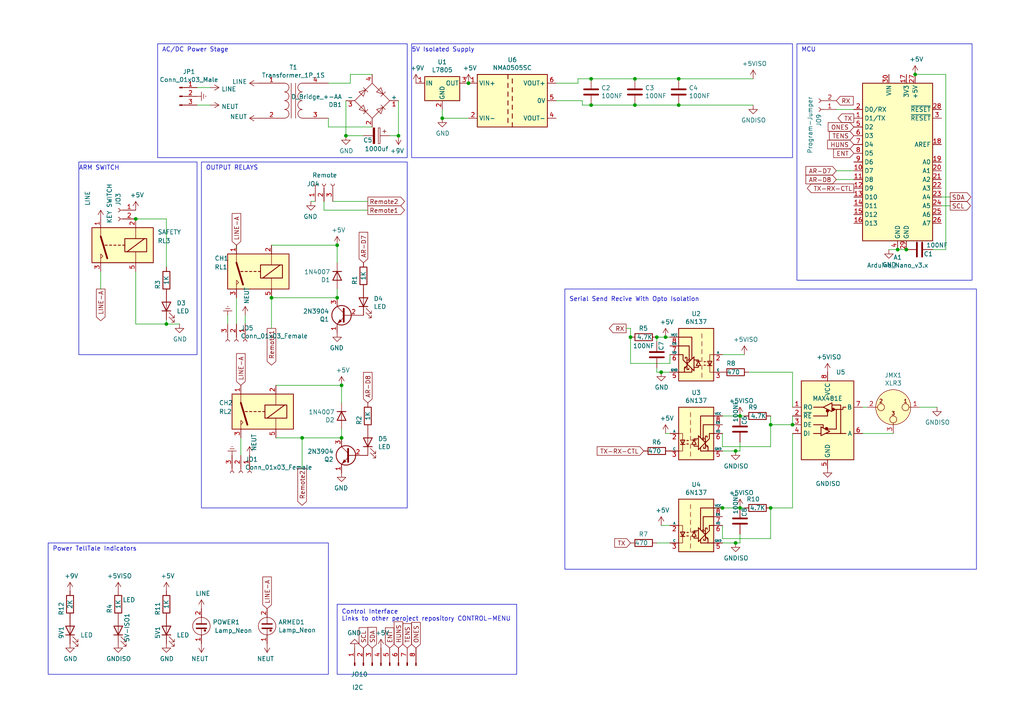
<source format=kicad_sch>
(kicad_sch (version 20230121) (generator eeschema)
  (paper "A4")
  (lib_symbols
    (symbol "Connector:Conn_01x08_Pin" (pin_names (offset 1.016) hide)
      (property "Reference" "J" (at 0 10.16 0))
      (property "Value" "Conn_01x08_Pin" (at 0 -12.7 0))
      (symbol "Conn_01x08_Pin_1_1"
        (pin passive line (at 5.08 7.62 180) (length 3.81) (name "Pin_1") (number "1"))
        (pin passive line (at 5.08 5.08 180) (length 3.81) (name "Pin_2") (number "2"))
        (pin passive line (at 5.08 2.54 180) (length 3.81) (name "Pin_3") (number "3"))
        (pin passive line (at 5.08 0 180) (length 3.81) (name "Pin_4") (number "4"))
        (pin passive line (at 5.08 -2.54 180) (length 3.81) (name "Pin_5") (number "5"))
        (pin passive line (at 5.08 -5.08 180) (length 3.81) (name "Pin_6") (number "6"))
        (pin passive line (at 5.08 -7.62 180) (length 3.81) (name "Pin_7") (number "7"))
        (pin passive line (at 5.08 -10.16 180) (length 3.81) (name "Pin_8") (number "8"))
      )
    )
    (symbol "DMXISO-rescue:+5V_ISOLATED-RC-RobSComponents" (power) (pin_names (offset 0))
      (property "Value" "+5V_ISOLATED-RC-RobSComponents" (at 0 3.556 0))
      (symbol "+5V_ISOLATED-RC-RobSComponents_1_1"
        (pin power_in line (at 0 0 90) (length 0) hide (name "+5VISO") (number "1"))
      )
    )
    (symbol "DMXISO-rescue:CP-Device" (pin_numbers hide) (pin_names (offset 0.254))
      (property "Reference" "C" (at 0.635 2.54 0))
      (property "Value" "Device_CP" (at 0.635 -2.54 0))
      (symbol "CP-Device_1_1"
        (pin passive line (at 0 3.81 270) (length 2.794) (name "~") (number "1"))
        (pin passive line (at 0 -3.81 90) (length 2.794) (name "~") (number "2"))
      )
    )
    (symbol "DMXISO-rescue:Conn_01x02_Female-Connector" (pin_names (offset 1.016) hide)
      (property "Reference" "J" (at 0 2.54 0))
      (property "Value" "Connector_Conn_01x02_Female" (at 0 -5.08 0))
      (symbol "Conn_01x02_Female-Connector_1_1"
        (pin passive line (at -5.08 0 0) (length 3.81) (name "Pin_1") (number "1"))
        (pin passive line (at -5.08 -2.54 0) (length 3.81) (name "Pin_2") (number "2"))
      )
    )
    (symbol "DMXISO-rescue:Conn_01x03_Female-Connector" (pin_names (offset 1.016) hide)
      (property "Reference" "J" (at 0 5.08 0))
      (property "Value" "Connector_Conn_01x03_Female" (at 0 -5.08 0))
      (symbol "Conn_01x03_Female-Connector_1_1"
        (pin passive line (at -5.08 2.54 0) (length 3.81) (name "Pin_1") (number "1"))
        (pin passive line (at -5.08 0 0) (length 3.81) (name "Pin_2") (number "2"))
        (pin passive line (at -5.08 -2.54 0) (length 3.81) (name "Pin_3") (number "3"))
      )
    )
    (symbol "DMXISO-rescue:Conn_01x03_Male-Connector" (pin_names (offset 1.016) hide)
      (property "Reference" "J" (at 0 5.08 0))
      (property "Value" "Connector_Conn_01x03_Male" (at 0 -5.08 0))
      (symbol "Conn_01x03_Male-Connector_1_1"
        (pin passive line (at 5.08 2.54 180) (length 3.81) (name "Pin_1") (number "1"))
        (pin passive line (at 5.08 0 180) (length 3.81) (name "Pin_2") (number "2"))
        (pin passive line (at 5.08 -2.54 180) (length 3.81) (name "Pin_3") (number "3"))
      )
    )
    (symbol "DMXISO-rescue:GND_ISOLATED-RC-RobSComponents" (power) (pin_names (offset 0))
      (property "Value" "GND_ISOLATED-RC-RobSComponents" (at 0 -3.81 0))
      (symbol "GND_ISOLATED-RC-RobSComponents_1_1"
        (pin power_in line (at 0 0 270) (length 0) hide (name "GNDISO") (number "1"))
      )
    )
    (symbol "DMXISO-rescue:XLR3-Connector" (pin_names hide)
      (property "Reference" "J" (at 0 8.89 0))
      (property "Value" "Connector_XLR3" (at 0 6.35 0))
      (symbol "XLR3-Connector_0_1"
        (text "1" (at -3.556 1.778 0) (effects (font (size 1.016 1.016) bold)))
        (text "2" (at 3.556 1.778 0) (effects (font (size 1.016 1.016) bold)))
        (text "3" (at 0 -1.778 0) (effects (font (size 1.016 1.016) bold)))
        (pin passive line (at -7.62 0 0) (length 2.54) (name "~") (number "1"))
        (pin passive line (at 7.62 0 180) (length 2.54) (name "~") (number "2"))
        (pin passive line (at 0 -7.62 90) (length 2.54) (name "~") (number "3"))
      )
    )
    (symbol "Device:C" (pin_numbers hide) (pin_names (offset 0.254))
      (property "Reference" "C" (at 0.635 2.54 0))
      (property "Value" "C" (at 0.635 -2.54 0))
      (symbol "C_1_1"
        (pin passive line (at 0 3.81 270) (length 2.794) (name "~") (number "1"))
        (pin passive line (at 0 -3.81 90) (length 2.794) (name "~") (number "2"))
      )
    )
    (symbol "Device:D" (pin_numbers hide) (pin_names (offset 1.016) hide)
      (property "Reference" "D" (at 0 2.54 0))
      (property "Value" "D" (at 0 -2.54 0))
      (symbol "D_1_1"
        (pin passive line (at -3.81 0 0) (length 2.54) (name "K") (number "1"))
        (pin passive line (at 3.81 0 180) (length 2.54) (name "A") (number "2"))
      )
    )
    (symbol "Device:LED" (pin_numbers hide) (pin_names (offset 1.016) hide)
      (property "Reference" "D" (at 0 2.54 0))
      (property "Value" "LED" (at 0 -2.54 0))
      (symbol "LED_1_1"
        (pin passive line (at -3.81 0 0) (length 2.54) (name "K") (number "1"))
        (pin passive line (at 3.81 0 180) (length 2.54) (name "A") (number "2"))
      )
    )
    (symbol "Device:Lamp_Neon" (pin_names (offset 0.0254) hide)
      (property "Reference" "NE" (at 0.635 3.81 0))
      (property "Value" "Lamp_Neon" (at 0.635 -3.81 0))
      (symbol "Lamp_Neon_1_1"
        (pin passive line (at 0 -5.08 90) (length 2.54) (name "~") (number "1"))
        (pin passive line (at 0 5.08 270) (length 2.54) (name "~") (number "2"))
      )
    )
    (symbol "Device:R" (pin_numbers hide) (pin_names (offset 0))
      (property "Reference" "R" (at 2.032 0 90))
      (property "Value" "R" (at 0 0 90))
      (symbol "R_1_1"
        (pin passive line (at 0 3.81 270) (length 1.27) (name "~") (number "1"))
        (pin passive line (at 0 -3.81 90) (length 1.27) (name "~") (number "2"))
      )
    )
    (symbol "Device:Transformer_1P_1S" (pin_names (offset 1.016) hide)
      (property "Reference" "T" (at 0 6.35 0))
      (property "Value" "Transformer_1P_1S" (at 0 -7.62 0))
      (symbol "Transformer_1P_1S_1_1"
        (pin passive line (at -10.16 5.08 0) (length 7.62) (name "AA") (number "1"))
        (pin passive line (at -10.16 -5.08 0) (length 7.62) (name "AB") (number "2"))
        (pin passive line (at 10.16 -5.08 180) (length 7.62) (name "SA") (number "3"))
        (pin passive line (at 10.16 5.08 180) (length 7.62) (name "SB") (number "4"))
      )
    )
    (symbol "Diode_Bridge:VS-KBPC101" (pin_names (offset 0))
      (property "Reference" "D" (at 2.54 6.985 0))
      (property "Value" "VS-KBPC101" (at 2.54 5.08 0))
      (symbol "VS-KBPC101_1_1"
        (pin passive line (at 7.62 0 180) (length 2.54) (name "+") (number "1"))
        (pin passive line (at 0 -7.62 90) (length 2.54) (name "~") (number "2"))
        (pin passive line (at -7.62 0 0) (length 2.54) (name "-") (number "3"))
        (pin passive line (at 0 7.62 270) (length 2.54) (name "~") (number "4"))
      )
    )
    (symbol "Interface_UART:MAX481E"
      (property "Reference" "U" (at -6.096 11.43 0))
      (property "Value" "MAX481E" (at 0.762 11.43 0))
      (symbol "MAX481E_1_1"
        (pin output line (at -10.16 2.54 0) (length 2.54) (name "RO") (number "1"))
        (pin input line (at -10.16 0 0) (length 2.54) (name "~{RE}") (number "2"))
        (pin input line (at -10.16 -2.54 0) (length 2.54) (name "DE") (number "3"))
        (pin input line (at -10.16 -5.08 0) (length 2.54) (name "DI") (number "4"))
        (pin power_in line (at 0 -15.24 90) (length 2.54) (name "GND") (number "5"))
        (pin bidirectional line (at 10.16 -5.08 180) (length 2.54) (name "A") (number "6"))
        (pin bidirectional line (at 10.16 2.54 180) (length 2.54) (name "B") (number "7"))
        (pin power_in line (at 0 12.7 270) (length 2.54) (name "VCC") (number "8"))
      )
    )
    (symbol "Isolator:6N137" (pin_names (offset 0))
      (property "Reference" "U" (at -4.064 8.89 0))
      (property "Value" "6N137" (at 0 -8.89 0))
      (symbol "6N137_1_1"
        (pin no_connect line (at -5.08 5.08 0) (length 2.54) hide (name "NC") (number "1"))
        (pin passive line (at -7.62 0 0) (length 2.54) (name "A") (number "2"))
        (pin passive line (at -7.62 -5.08 0) (length 2.54) (name "C") (number "3"))
        (pin power_in line (at 7.62 -5.08 180) (length 2.54) (name "GND") (number "5"))
        (pin open_collector line (at 7.62 0 180) (length 2.54) (name "VO") (number "6"))
        (pin input line (at 7.62 2.54 180) (length 2.54) (name "EN") (number "7"))
        (pin power_in line (at 7.62 5.08 180) (length 2.54) (name "VCC") (number "8"))
      )
    )
    (symbol "MCU_Module:Arduino_Nano_v3.x"
      (property "Reference" "A" (at -10.16 23.495 0))
      (property "Value" "Arduino_Nano_v3.x" (at 5.08 -24.13 0))
      (symbol "Arduino_Nano_v3.x_1_1"
        (pin bidirectional line (at -12.7 12.7 0) (length 2.54) (name "D1/TX") (number "1"))
        (pin bidirectional line (at -12.7 -2.54 0) (length 2.54) (name "D7") (number "10"))
        (pin bidirectional line (at -12.7 -5.08 0) (length 2.54) (name "D8") (number "11"))
        (pin bidirectional line (at -12.7 -7.62 0) (length 2.54) (name "D9") (number "12"))
        (pin bidirectional line (at -12.7 -10.16 0) (length 2.54) (name "D10") (number "13"))
        (pin bidirectional line (at -12.7 -12.7 0) (length 2.54) (name "D11") (number "14"))
        (pin bidirectional line (at -12.7 -15.24 0) (length 2.54) (name "D12") (number "15"))
        (pin bidirectional line (at -12.7 -17.78 0) (length 2.54) (name "D13") (number "16"))
        (pin power_out line (at 2.54 25.4 270) (length 2.54) (name "3V3") (number "17"))
        (pin input line (at 12.7 5.08 180) (length 2.54) (name "AREF") (number "18"))
        (pin bidirectional line (at 12.7 0 180) (length 2.54) (name "A0") (number "19"))
        (pin bidirectional line (at -12.7 15.24 0) (length 2.54) (name "D0/RX") (number "2"))
        (pin bidirectional line (at 12.7 -2.54 180) (length 2.54) (name "A1") (number "20"))
        (pin bidirectional line (at 12.7 -5.08 180) (length 2.54) (name "A2") (number "21"))
        (pin bidirectional line (at 12.7 -7.62 180) (length 2.54) (name "A3") (number "22"))
        (pin bidirectional line (at 12.7 -10.16 180) (length 2.54) (name "A4") (number "23"))
        (pin bidirectional line (at 12.7 -12.7 180) (length 2.54) (name "A5") (number "24"))
        (pin bidirectional line (at 12.7 -15.24 180) (length 2.54) (name "A6") (number "25"))
        (pin bidirectional line (at 12.7 -17.78 180) (length 2.54) (name "A7") (number "26"))
        (pin power_out line (at 5.08 25.4 270) (length 2.54) (name "+5V") (number "27"))
        (pin input line (at 12.7 15.24 180) (length 2.54) (name "~{RESET}") (number "28"))
        (pin power_in line (at 2.54 -25.4 90) (length 2.54) (name "GND") (number "29"))
        (pin input line (at 12.7 12.7 180) (length 2.54) (name "~{RESET}") (number "3"))
        (pin power_in line (at -2.54 25.4 270) (length 2.54) (name "VIN") (number "30"))
        (pin power_in line (at 0 -25.4 90) (length 2.54) (name "GND") (number "4"))
        (pin bidirectional line (at -12.7 10.16 0) (length 2.54) (name "D2") (number "5"))
        (pin bidirectional line (at -12.7 7.62 0) (length 2.54) (name "D3") (number "6"))
        (pin bidirectional line (at -12.7 5.08 0) (length 2.54) (name "D4") (number "7"))
        (pin bidirectional line (at -12.7 2.54 0) (length 2.54) (name "D5") (number "8"))
        (pin bidirectional line (at -12.7 0 0) (length 2.54) (name "D6") (number "9"))
      )
    )
    (symbol "Regulator_Linear:L7805" (pin_names (offset 0.254))
      (property "Reference" "U" (at -3.81 3.175 0))
      (property "Value" "L7805" (at 0 3.175 0))
      (symbol "L7805_1_1"
        (pin power_in line (at -7.62 0 0) (length 2.54) (name "IN") (number "1"))
        (pin power_in line (at 0 -7.62 90) (length 2.54) (name "GND") (number "2"))
        (pin power_out line (at 7.62 0 180) (length 2.54) (name "OUT") (number "3"))
      )
    )
    (symbol "Regulator_Switching:NMA0505SC"
      (property "Reference" "U" (at -10.16 8.89 0))
      (property "Value" "NMA0505SC" (at 0 8.89 0))
      (symbol "NMA0505SC_1_1"
        (pin power_in line (at -12.7 5.08 0) (length 2.54) (name "VIN+") (number "1"))
        (pin power_in line (at -12.7 -5.08 0) (length 2.54) (name "VIN-") (number "2"))
        (pin power_out line (at 12.7 -5.08 180) (length 2.54) (name "VOUT-") (number "4"))
        (pin power_out line (at 12.7 0 180) (length 2.54) (name "0V") (number "5"))
        (pin power_out line (at 12.7 5.08 180) (length 2.54) (name "VOUT+") (number "6"))
      )
    )
    (symbol "Relay:SANYOU_SRD_Form_A"
      (property "Reference" "K" (at 8.89 3.81 0))
      (property "Value" "SANYOU_SRD_Form_A" (at 8.89 1.27 0))
      (symbol "SANYOU_SRD_Form_A_1_1"
        (pin passive line (at 5.08 -7.62 90) (length 2.54) (name "~") (number "1"))
        (pin passive line (at -5.08 -7.62 90) (length 2.54) (name "~") (number "2"))
        (pin passive line (at 5.08 7.62 270) (length 2.54) (name "~") (number "3"))
        (pin passive line (at -5.08 7.62 270) (length 2.54) (name "~") (number "5"))
      )
    )
    (symbol "Transistor_BJT:2N3904" (pin_names (offset 0) hide)
      (property "Reference" "Q" (at 5.08 1.905 0))
      (property "Value" "2N3904" (at 5.08 0 0))
      (symbol "2N3904_1_1"
        (pin passive line (at 2.54 -5.08 90) (length 2.54) (name "E") (number "1"))
        (pin passive line (at -5.08 0 0) (length 5.715) (name "B") (number "2"))
        (pin passive line (at 2.54 5.08 270) (length 2.54) (name "C") (number "3"))
      )
    )
    (symbol "power:+5V" (power) (pin_names (offset 0))
      (property "Value" "+5V" (at 0 3.556 0))
      (symbol "+5V_1_1"
        (pin power_in line (at 0 0 90) (length 0) hide (name "+5V") (number "1"))
      )
    )
    (symbol "power:+9V" (power) (pin_names (offset 0))
      (property "Value" "+9V" (at 0 3.556 0))
      (symbol "+9V_1_1"
        (pin power_in line (at 0 0 90) (length 0) hide (name "+9V") (number "1"))
      )
    )
    (symbol "power:Earth" (power) (pin_names (offset 0))
      (symbol "Earth_1_1"
        (pin power_in line (at 0 0 270) (length 0) hide (name "Earth") (number "1"))
      )
    )
    (symbol "power:GND" (power) (pin_names (offset 0))
      (property "Value" "GND" (at 0 -3.81 0))
      (symbol "GND_1_1"
        (pin power_in line (at 0 0 270) (length 0) hide (name "GND") (number "1"))
      )
    )
    (symbol "power:LINE" (power) (pin_names (offset 0))
      (property "Value" "LINE" (at 0 3.81 0))
      (symbol "LINE_1_1"
        (pin power_in line (at 0 0 90) (length 0) hide (name "LINE") (number "1"))
      )
    )
    (symbol "power:NEUT" (power) (pin_names (offset 0))
      (property "Value" "NEUT" (at 0 3.81 0))
      (symbol "NEUT_1_1"
        (pin power_in line (at 0 0 90) (length 0) hide (name "NEUT") (number "1"))
      )
    )
  )
  (junction (at 214.63 147.32))
  (junction (at 213.36 157.48))
  (junction (at 223.52 123.19))
  (junction (at 190.5 97.79))
  (junction (at 99.06 111.76))
  (junction (at 87.63 127))
  (junction (at 78.74 86.36))
  (junction (at 128.27 34.29))
  (junction (at 223.52 147.32))
  (junction (at 265.43 21.59))
  (junction (at 262.89 72.39))
  (junction (at 97.79 86.36))
  (junction (at 196.85 22.86))
  (junction (at 184.15 22.86))
  (junction (at 260.35 72.39))
  (junction (at 171.45 30.48))
  (junction (at 99.06 127))
  (junction (at 135.89 24.13))
  (junction (at 48.26 93.98))
  (junction (at 209.55 147.32))
  (junction (at 193.04 97.79))
  (junction (at 196.85 30.48))
  (junction (at 39.37 63.5))
  (junction (at 184.15 30.48))
  (junction (at 213.36 130.81))
  (junction (at 97.79 71.12))
  (junction (at 100.33 39.37))
  (junction (at 191.77 107.95))
  (junction (at 182.88 97.79))
  (junction (at 214.63 120.65))
  (junction (at 229.87 123.19))
  (junction (at 115.57 39.37))
  (junction (at 171.45 22.86))
  (wire (pts (xy 209.55 130.81) (xy 213.36 130.81)))
  (wire (pts (xy 48.26 92.71) (xy 48.26 93.98)))
  (wire (pts (xy 260.35 72.39) (xy 262.89 72.39)))
  (wire (pts (xy 95.25 34.29) (xy 95.25 36.83)))
  (wire (pts (xy 194.31 107.95) (xy 191.77 107.95)))
  (wire (pts (xy 274.32 21.59) (xy 274.32 72.39)))
  (wire (pts (xy 97.79 76.2) (xy 97.79 71.12)))
  (wire (pts (xy 190.5 157.48) (xy 194.31 157.48)))
  (wire (pts (xy 182.88 95.25) (xy 182.88 97.79)))
  (wire (pts (xy 190.5 99.06) (xy 190.5 97.79)))
  (wire (pts (xy 96.52 58.42) (xy 106.68 58.42)))
  (wire (pts (xy 223.52 147.32) (xy 223.52 156.21)))
  (wire (pts (xy 68.58 86.36) (xy 68.58 93.98)))
  (wire (pts (xy 105.41 39.37) (xy 100.33 39.37)))
  (wire (pts (xy 181.61 95.25) (xy 182.88 95.25)))
  (wire (pts (xy 97.79 83.82) (xy 97.79 86.36)))
  (wire (pts (xy 48.26 93.98) (xy 52.07 93.98)))
  (wire (pts (xy 229.87 123.19) (xy 223.52 123.19)))
  (wire (pts (xy 273.05 59.69) (xy 275.59 59.69)))
  (wire (pts (xy 229.87 147.32) (xy 223.52 147.32)))
  (wire (pts (xy 223.52 123.19) (xy 223.52 129.54)))
  (wire (pts (xy 207.01 123.19) (xy 209.55 123.19)))
  (wire (pts (xy 242.57 31.75) (xy 247.65 31.75)))
  (wire (pts (xy 161.29 29.21) (xy 168.91 29.21)))
  (wire (pts (xy 80.01 127) (xy 87.63 127)))
  (wire (pts (xy 191.77 152.4) (xy 194.31 152.4)))
  (wire (pts (xy 115.57 29.21) (xy 115.57 39.37)))
  (wire (pts (xy 209.55 156.21) (xy 223.52 156.21)))
  (wire (pts (xy 99.06 116.84) (xy 99.06 111.76)))
  (wire (pts (xy 214.63 157.48) (xy 213.36 157.48)))
  (wire (pts (xy 182.88 97.79) (xy 182.88 105.41)))
  (wire (pts (xy 209.55 152.4) (xy 209.55 156.21)))
  (wire (pts (xy 66.04 93.98) (xy 66.04 91.44)))
  (wire (pts (xy 209.55 102.87) (xy 215.9 102.87)))
  (wire (pts (xy 101.6 24.13) (xy 101.6 21.59)))
  (wire (pts (xy 229.87 147.32) (xy 229.87 125.73)))
  (wire (pts (xy 207.01 147.32) (xy 209.55 147.32)))
  (wire (pts (xy 209.55 157.48) (xy 213.36 157.48)))
  (wire (pts (xy 266.7 118.11) (xy 271.78 118.11)))
  (wire (pts (xy 100.33 29.21) (xy 100.33 39.37)))
  (wire (pts (xy 95.25 24.13) (xy 101.6 24.13)))
  (wire (pts (xy 213.36 130.81) (xy 214.63 130.81)))
  (wire (pts (xy 78.74 71.12) (xy 97.79 71.12)))
  (wire (pts (xy 250.19 118.11) (xy 251.46 118.11)))
  (wire (pts (xy 214.63 120.65) (xy 215.9 120.65)))
  (wire (pts (xy 90.17 58.42) (xy 91.44 58.42)))
  (wire (pts (xy 260.35 72.39) (xy 257.81 72.39)))
  (wire (pts (xy 190.5 107.95) (xy 191.77 107.95)))
  (wire (pts (xy 196.85 22.86) (xy 218.44 22.86)))
  (wire (pts (xy 93.98 60.96) (xy 106.68 60.96)))
  (wire (pts (xy 115.57 39.37) (xy 113.03 39.37)))
  (wire (pts (xy 39.37 63.5) (xy 48.26 63.5)))
  (wire (pts (xy 78.74 86.36) (xy 78.74 95.25)))
  (wire (pts (xy 87.63 127) (xy 87.63 135.89)))
  (wire (pts (xy 167.64 22.86) (xy 171.45 22.86)))
  (wire (pts (xy 214.63 154.94) (xy 214.63 157.48)))
  (wire (pts (xy 194.31 105.41) (xy 194.31 102.87)))
  (wire (pts (xy 190.5 106.68) (xy 190.5 107.95)))
  (wire (pts (xy 196.85 30.48) (xy 218.44 30.48)))
  (wire (pts (xy 209.55 125.73) (xy 209.55 129.54)))
  (wire (pts (xy 265.43 21.59) (xy 274.32 21.59)))
  (wire (pts (xy 57.15 30.48) (xy 60.96 30.48)))
  (wire (pts (xy 71.12 93.98) (xy 71.12 91.44)))
  (wire (pts (xy 161.29 24.13) (xy 167.64 24.13)))
  (wire (pts (xy 209.55 120.65) (xy 214.63 120.65)))
  (wire (pts (xy 209.55 129.54) (xy 223.52 129.54)))
  (wire (pts (xy 78.74 86.36) (xy 97.79 86.36)))
  (wire (pts (xy 182.88 105.41) (xy 194.31 105.41)))
  (wire (pts (xy 57.15 25.4) (xy 60.96 25.4)))
  (wire (pts (xy 193.04 125.73) (xy 194.31 125.73)))
  (wire (pts (xy 171.45 30.48) (xy 184.15 30.48)))
  (wire (pts (xy 247.65 49.53) (xy 242.57 49.53)))
  (wire (pts (xy 194.31 97.79) (xy 193.04 97.79)))
  (wire (pts (xy 48.26 63.5) (xy 48.26 77.47)))
  (wire (pts (xy 167.64 24.13) (xy 167.64 22.86)))
  (wire (pts (xy 29.21 78.74) (xy 29.21 83.82)))
  (wire (pts (xy 171.45 22.86) (xy 184.15 22.86)))
  (wire (pts (xy 184.15 22.86) (xy 196.85 22.86)))
  (wire (pts (xy 99.06 124.46) (xy 99.06 127)))
  (wire (pts (xy 223.52 120.65) (xy 223.52 123.19)))
  (wire (pts (xy 87.63 127) (xy 99.06 127)))
  (wire (pts (xy 168.91 29.21) (xy 168.91 30.48)))
  (wire (pts (xy 274.32 72.39) (xy 270.51 72.39)))
  (wire (pts (xy 273.05 57.15) (xy 275.59 57.15)))
  (wire (pts (xy 214.63 128.27) (xy 214.63 130.81)))
  (wire (pts (xy 93.98 58.42) (xy 93.98 60.96)))
  (wire (pts (xy 247.65 52.07) (xy 242.57 52.07)))
  (wire (pts (xy 229.87 118.11) (xy 229.87 107.95)))
  (wire (pts (xy 69.85 127) (xy 69.85 132.08)))
  (wire (pts (xy 209.55 147.32) (xy 214.63 147.32)))
  (wire (pts (xy 128.27 31.75) (xy 128.27 34.29)))
  (wire (pts (xy 128.27 34.29) (xy 135.89 34.29)))
  (wire (pts (xy 229.87 120.65) (xy 229.87 123.19)))
  (wire (pts (xy 95.25 36.83) (xy 107.95 36.83)))
  (wire (pts (xy 184.15 30.48) (xy 196.85 30.48)))
  (wire (pts (xy 39.37 78.74) (xy 39.37 93.98)))
  (wire (pts (xy 101.6 21.59) (xy 107.95 21.59)))
  (wire (pts (xy 80.01 111.76) (xy 99.06 111.76)))
  (wire (pts (xy 250.19 125.73) (xy 259.08 125.73)))
  (wire (pts (xy 39.37 93.98) (xy 48.26 93.98)))
  (wire (pts (xy 193.04 97.79) (xy 190.5 97.79)))
  (wire (pts (xy 68.58 72.39) (xy 68.58 71.12)))
  (wire (pts (xy 168.91 30.48) (xy 171.45 30.48)))
  (wire (pts (xy 214.63 147.32) (xy 215.9 147.32)))
  (wire (pts (xy 229.87 107.95) (xy 217.17 107.95)))
  (rectangle (start 97.79 175.26) (end 149.86 195.58))
  (rectangle (start 58.42 46.99) (end 118.11 147.32))
  (rectangle (start 22.86 46.99) (end 57.15 102.87))
  (rectangle (start 163.83 83.82) (end 283.21 165.1))
  (rectangle (start 13.97 157.48) (end 95.25 195.58))
  (rectangle (start 231.14 12.7) (end 281.94 81.28))
  (rectangle (start 45.72 12.7) (end 118.11 45.72))
  (rectangle (start 119.38 12.7) (end 229.87 45.72))
  (text "5V Isolated Supply" (at 119.38 15.24 0) (effects (font (size 1.27 1.27)) (justify left bottom)))
  (text "AC/DC Power Stage" (at 46.99 15.24 0) (effects (font (size 1.27 1.27)) (justify left bottom)))
  (text "ARM SWITCH" (at 22.86 49.53 0) (effects (font (size 1.27 1.27)) (justify left bottom)))
  (text "Serial Send Recive With Opto Isolation" (at 165.1 87.63 0) (effects (font (size 1.27 1.27)) (justify left bottom)))
  (text "Power TellTale Indicators" (at 15.24 160.02 0) (effects (font (size 1.27 1.27)) (justify left bottom)))
  (text "MCU" (at 232.41 15.24 0) (effects (font (size 1.27 1.27)) (justify left bottom)))
  (text "OUTPUT RELAYS" (at 59.69 49.53 0) (effects (font (size 1.27 1.27)) (justify left bottom)))
  (text "Control Interface\nLinks to other peroject repository CONTROL-MENU" (at 99.06 180.34 0) (effects (font (size 1.27 1.27)) (justify left bottom)))
  (global_label "AR-D7" (shape input) (at 242.57 49.53 180) (property "Intersheetrefs" "${INTERSHEET_REFS}" (effects hide)))
  (global_label "LINE-A" (shape output) (at 29.21 83.82 270) (property "Intersheetrefs" "${INTERSHEET_REFS}" (effects hide)))
  (global_label "HUNS" (shape input) (at 247.65 41.91 180) (property "Intersheetrefs" "${INTERSHEET_REFS}" (effects hide)))
  (global_label "RX" (shape output) (at 181.61 95.25 180) (property "Intersheetrefs" "${INTERSHEET_REFS}" (effects hide)))
  (global_label "AR-D7" (shape input) (at 105.41 76.2 90) (property "Intersheetrefs" "${INTERSHEET_REFS}" (effects hide)))
  (global_label "RX" (shape input) (at 242.57 29.21 0) (property "Intersheetrefs" "${INTERSHEET_REFS}" (effects hide)))
  (global_label "Remote1" (shape output) (at 106.68 60.96 0) (property "Intersheetrefs" "${INTERSHEET_REFS}" (effects hide)))
  (global_label "Remote2" (shape output) (at 106.68 58.42 0) (property "Intersheetrefs" "${INTERSHEET_REFS}" (effects hide)))
  (global_label "LINE-A" (shape input) (at 68.58 71.12 90) (property "Intersheetrefs" "${INTERSHEET_REFS}" (effects hide)))
  (global_label "TENS" (shape input) (at 118.11 187.96 90) (property "Intersheetrefs" "${INTERSHEET_REFS}" (effects hide)))
  (global_label "TX-RX-CTL" (shape output) (at 247.65 54.61 180) (property "Intersheetrefs" "${INTERSHEET_REFS}" (effects hide)))
  (global_label "AR-D8" (shape input) (at 106.68 116.84 90) (property "Intersheetrefs" "${INTERSHEET_REFS}" (effects hide)))
  (global_label "SCL" (shape output) (at 275.59 59.69 0) (property "Intersheetrefs" "${INTERSHEET_REFS}" (effects hide)))
  (global_label "ENT" (shape input) (at 247.65 44.45 180) (property "Intersheetrefs" "${INTERSHEET_REFS}" (effects hide)))
  (global_label "Remote2" (shape output) (at 87.63 135.89 270) (property "Intersheetrefs" "${INTERSHEET_REFS}" (effects hide)))
  (global_label "AR-D8" (shape input) (at 242.57 52.07 180) (property "Intersheetrefs" "${INTERSHEET_REFS}" (effects hide)))
  (global_label "TX-RX-CTL" (shape input) (at 186.69 130.81 180) (property "Intersheetrefs" "${INTERSHEET_REFS}" (effects hide)))
  (global_label "SDA" (shape output) (at 275.59 57.15 0) (property "Intersheetrefs" "${INTERSHEET_REFS}" (effects hide)))
  (global_label "TX" (shape output) (at 247.65 34.29 180) (property "Intersheetrefs" "${INTERSHEET_REFS}" (effects hide)))
  (global_label "SDA" (shape input) (at 107.95 187.96 90) (property "Intersheetrefs" "${INTERSHEET_REFS}" (effects hide)))
  (global_label "TENS" (shape input) (at 247.65 39.37 180) (property "Intersheetrefs" "${INTERSHEET_REFS}" (effects hide)))
  (global_label "HUNS" (shape input) (at 115.57 187.96 90) (property "Intersheetrefs" "${INTERSHEET_REFS}" (effects hide)))
  (global_label "LINE-A" (shape input) (at 69.85 111.76 90) (property "Intersheetrefs" "${INTERSHEET_REFS}" (effects hide)))
  (global_label "SCL" (shape input) (at 105.41 187.96 90) (property "Intersheetrefs" "${INTERSHEET_REFS}" (effects hide)))
  (global_label "ONES" (shape input) (at 247.65 36.83 180) (property "Intersheetrefs" "${INTERSHEET_REFS}" (effects hide)))
  (global_label "ENT" (shape input) (at 113.03 187.96 90) (property "Intersheetrefs" "${INTERSHEET_REFS}" (effects hide)))
  (global_label "TX" (shape input) (at 182.88 157.48 180) (property "Intersheetrefs" "${INTERSHEET_REFS}" (effects hide)))
  (global_label "LINE-A" (shape input) (at 77.47 176.53 90) (property "Intersheetrefs" "${INTERSHEET_REFS}" (effects hide)))
  (global_label "Remote1" (shape output) (at 78.74 95.25 270) (property "Intersheetrefs" "${INTERSHEET_REFS}" (effects hide)))
  (global_label "ONES" (shape input) (at 120.65 187.96 90) (property "Intersheetrefs" "${INTERSHEET_REFS}" (effects hide)))
  (symbol (lib_id "Regulator_Switching:NMA0505SC") (at 148.59 29.21 0) (unit 1)
    (property "Reference" "U6" (at 148.59 17.3482 0))
    (property "Value" "NMA0505SC" (at 148.59 19.6596 0))
    (property "Footprint" "Converter_DCDC:Converter_DCDC_muRata_NMAxxxxSC_THT" (effects hide))
    (property "Datasheet" "http://power.murata.com/data/power/ncl/kdc_nma.pdf" (effects hide))
  )
  (symbol (lib_id "Isolator:6N137") (at 201.93 102.87 0) (mirror y) (unit 1)
    (property "Reference" "U2" (at 201.93 91.0082 0))
    (property "Value" "6N137" (at 201.93 93.3196 0))
    (property "Footprint" "Package_DIP:DIP-8_W7.62mm" (effects hide))
    (property "Datasheet" "https://docs.broadcom.com/docs/AV02-0940EN" (effects hide))
  )
  (symbol (lib_id "Isolator:6N137") (at 201.93 125.73 0) (unit 1)
    (property "Reference" "U3" (at 201.93 113.8682 0))
    (property "Value" "6N137" (at 201.93 116.1796 0))
    (property "Footprint" "Package_DIP:DIP-8_W7.62mm" (effects hide))
    (property "Datasheet" "https://docs.broadcom.com/docs/AV02-0940EN" (effects hide))
  )
  (symbol (lib_id "Isolator:6N137") (at 201.93 152.4 0) (unit 1)
    (property "Reference" "U4" (at 201.93 140.5382 0))
    (property "Value" "6N137" (at 201.93 142.8496 0))
    (property "Footprint" "Package_DIP:DIP-8_W7.62mm" (effects hide))
    (property "Datasheet" "https://docs.broadcom.com/docs/AV02-0940EN" (effects hide))
  )
  (symbol (lib_id "Interface_UART:MAX481E") (at 240.03 120.65 0) (unit 1)
    (property "Reference" "U5" (at 243.84 107.95 0))
    (property "Value" "MAX481E" (at 240.03 115.57 0))
    (property "Footprint" "Package_DIP:DIP-8_W7.62mm" (effects hide))
    (property "Datasheet" "https://datasheets.maximintegrated.com/en/ds/MAX1487E-MAX491E.pdf" (effects hide))
  )
  (symbol (lib_id "MCU_Module:Arduino_Nano_v3.x") (at 260.35 46.99 0) (unit 1)
    (property "Reference" "A1" (at 260.35 74.6506 0))
    (property "Value" "Arduino_Nano_v3.x" (at 260.35 76.962 0))
    (property "Footprint" "Module:Arduino_Nano" (effects hide))
    (property "Datasheet" "http://www.mouser.com/pdfdocs/Gravitech_Arduino_Nano3_0.pdf" (effects hide))
  )
  (symbol (lib_id "Device:R") (at 213.36 107.95 90) (unit 1)
    (property "Reference" "R8" (at 213.36 105.41 90) (effects (justify left)))
    (property "Value" "470" (at 214.63 107.95 90) (effects (justify left)))
    (property "Footprint" "Resistor_THT:R_Axial_DIN0207_L6.3mm_D2.5mm_P10.16mm_Horizontal" (effects hide))
  )
  (symbol (lib_id "Device:R") (at 219.71 120.65 90) (unit 1)
    (property "Reference" "R9" (at 219.71 118.11 90) (effects (justify left)))
    (property "Value" "4.7K" (at 222.25 120.65 90) (effects (justify left)))
    (property "Footprint" "Resistor_THT:R_Axial_DIN0207_L6.3mm_D2.5mm_P10.16mm_Horizontal" (effects hide))
  )
  (symbol (lib_id "Device:R") (at 219.71 147.32 90) (unit 1)
    (property "Reference" "R10" (at 218.44 144.78 90))
    (property "Value" "4.7K" (at 219.71 147.32 90))
    (property "Footprint" "Resistor_THT:R_Axial_DIN0207_L6.3mm_D2.5mm_P10.16mm_Horizontal" (effects hide))
  )
  (symbol (lib_id "Device:R") (at 190.5 130.81 90) (unit 1)
    (property "Reference" "R6" (at 191.77 128.27 90) (effects (justify left)))
    (property "Value" "470" (at 191.77 130.81 90) (effects (justify left)))
    (property "Footprint" "Resistor_THT:R_Axial_DIN0207_L6.3mm_D2.5mm_P10.16mm_Horizontal" (effects hide))
  )
  (symbol (lib_id "Device:R") (at 186.69 97.79 90) (unit 1)
    (property "Reference" "R5" (at 187.96 95.25 90) (effects (justify left)))
    (property "Value" "4.7K" (at 189.23 97.79 90) (effects (justify left)))
    (property "Footprint" "Resistor_THT:R_Axial_DIN0207_L6.3mm_D2.5mm_P10.16mm_Horizontal" (effects hide))
  )
  (symbol (lib_id "Device:R") (at 186.69 157.48 90) (unit 1)
    (property "Reference" "R7" (at 187.96 154.94 90) (effects (justify left)))
    (property "Value" "470" (at 187.96 157.48 90) (effects (justify left)))
    (property "Footprint" "Resistor_THT:R_Axial_DIN0207_L6.3mm_D2.5mm_P10.16mm_Horizontal" (effects hide))
  )
  (symbol (lib_id "Device:C") (at 171.45 26.67 0) (unit 1)
    (property "Reference" "C2" (at 174.371 25.5016 0) (effects (justify left)))
    (property "Value" "100NF" (at 174.371 27.813 0) (effects (justify left)))
    (property "Footprint" "AA-ROB-FULL:ROB-C_Disc_D4.7mm_W2.5mm_P5.00mm" (effects hide))
  )
  (symbol (lib_id "Device:C") (at 184.15 26.67 0) (unit 1)
    (property "Reference" "C3" (at 187.071 25.5016 0) (effects (justify left)))
    (property "Value" "100NF" (at 187.071 27.813 0) (effects (justify left)))
    (property "Footprint" "AA-ROB-FULL:ROB-C_Disc_D4.7mm_W2.5mm_P5.00mm" (effects hide))
  )
  (symbol (lib_id "Device:C") (at 196.85 26.67 0) (unit 1)
    (property "Reference" "C4" (at 199.771 25.5016 0) (effects (justify left)))
    (property "Value" "100NF" (at 199.771 27.813 0) (effects (justify left)))
    (property "Footprint" "AA-ROB-FULL:ROB-C_Disc_D4.7mm_W2.5mm_P5.00mm" (effects hide))
  )
  (symbol (lib_id "Regulator_Linear:L7805") (at 128.27 24.13 0) (unit 1)
    (property "Reference" "U1" (at 128.27 17.9832 0))
    (property "Value" "L7805" (at 128.27 20.2946 0))
    (property "Footprint" "Package_TO_SOT_THT:TO-220-3_Horizontal_TabDown" (effects hide))
    (property "Datasheet" "http://www.st.com/content/ccc/resource/technical/document/datasheet/41/4f/b3/b0/12/d4/47/88/CD00000444.pdf/files/CD00000444.pdf/jcr:content/translations/en.CD00000444.pdf" (effects hide))
  )
  (symbol (lib_id "Device:Transformer_1P_1S") (at 85.09 29.21 0) (unit 1)
    (property "Reference" "T1" (at 85.09 19.5326 0))
    (property "Value" "Transformer_1P_1S" (at 85.09 21.844 0))
    (property "Footprint" "ROBSLIBRARY:Transformer_Makari30109" (effects hide))
  )
  (symbol (lib_id "Diode_Bridge:VS-KBPC101") (at 107.95 29.21 0) (unit 1)
    (property "Reference" "DB1" (at 99.2124 30.3784 0) (effects (justify right)))
    (property "Value" "D_Bridge_+-AA" (at 99.2124 28.067 0) (effects (justify right)))
    (property "Footprint" "Diode_THT:Diode_Bridge_Round_D9.0mm" (effects hide))
  )
  (symbol (lib_id "power:+9V") (at 120.65 24.13 0) (unit 1)
    (property "Reference" "#PWR0101" (effects hide))
    (property "Value" "+9V" (at 121.031 19.7358 0))
  )
  (symbol (lib_id "power:+9V") (at 115.57 39.37 180) (unit 1)
    (property "Reference" "#PWR0102" (effects hide))
    (property "Value" "+9V" (at 115.189 43.7642 0))
  )
  (symbol (lib_id "power:GND") (at 128.27 34.29 0) (unit 1)
    (property "Reference" "#PWRGND09" (effects hide))
    (property "Value" "GND" (at 128.397 38.6842 0))
  )
  (symbol (lib_id "power:GND") (at 100.33 39.37 0) (unit 1)
    (property "Reference" "#PWRGND0101" (effects hide))
    (property "Value" "GND" (at 100.457 43.7642 0))
  )
  (symbol (lib_id "power:+5V") (at 135.89 24.13 0) (unit 1)
    (property "Reference" "#PWR5V0101" (effects hide))
    (property "Value" "+5V" (at 136.271 19.7358 0))
  )
  (symbol (lib_id "power:+5V") (at 39.37 60.96 0) (unit 1)
    (property "Reference" "#PWR5V0102" (effects hide))
    (property "Value" "+5V" (at 39.751 56.5658 0))
  )
  (symbol (lib_id "power:+5V") (at 265.43 21.59 0) (unit 1)
    (property "Reference" "#PWR5V0103" (effects hide))
    (property "Value" "+5V" (at 265.811 17.1958 0))
  )
  (symbol (lib_id "power:+5V") (at 193.04 97.79 0) (unit 1)
    (property "Reference" "#PWR5V0104" (effects hide))
    (property "Value" "+5V" (at 193.421 93.3958 0))
  )
  (symbol (lib_id "power:+5V") (at 193.04 125.73 0) (unit 1)
    (property "Reference" "#PWR5V0105" (effects hide))
    (property "Value" "+5V" (at 193.421 121.3358 0))
  )
  (symbol (lib_id "power:+5V") (at 191.77 152.4 0) (unit 1)
    (property "Reference" "#PWR5V0106" (effects hide))
    (property "Value" "+5V" (at 192.151 148.0058 0))
  )
  (symbol (lib_id "power:GND") (at 52.07 93.98 0) (unit 1)
    (property "Reference" "#PWRGND0102" (effects hide))
    (property "Value" "GND" (at 52.197 98.3742 0))
  )
  (symbol (lib_id "power:GND") (at 191.77 107.95 0) (unit 1)
    (property "Reference" "#PWRGND0103" (effects hide))
    (property "Value" "GND" (at 191.897 112.3442 0))
  )
  (symbol (lib_id "DMXISO-rescue:XLR3-Connector") (at 259.08 118.11 0) (mirror y) (unit 1)
    (property "Reference" "JMX1" (at 259.08 108.839 0))
    (property "Value" "XLR3" (at 259.08 111.1504 0))
    (property "Footprint" "Connector_Molex:Molex_KK-254_AE-6410-03A_1x03_P2.54mm_Vertical" (effects hide))
    (property "Datasheet" " ~" (effects hide))
  )
  (symbol (lib_id "DMXISO-rescue:Conn_01x03_Male-Connector") (at 52.07 27.94 0) (unit 1)
    (property "Reference" "JP1" (at 54.8132 20.8026 0))
    (property "Value" "Conn_01x03_Male" (at 54.8132 23.114 0))
    (property "Footprint" "Connector_Molex:Molex_KK-396_A-41791-0003_1x03_P3.96mm_Vertical" (effects hide))
  )
  (symbol (lib_id "power:GND") (at 257.81 72.39 0) (unit 1)
    (property "Reference" "#PWRGND0107" (effects hide))
    (property "Value" "GND" (at 257.937 76.7842 0))
  )
  (symbol (lib_id "power:LINE") (at 60.96 25.4 270) (unit 1)
    (property "Reference" "#PWR0103" (effects hide))
    (property "Value" "LINE" (at 64.2112 25.8318 90) (effects (justify left)))
  )
  (symbol (lib_id "power:LINE") (at 74.93 24.13 90) (unit 1)
    (property "Reference" "#PWR0104" (effects hide))
    (property "Value" "LINE" (at 71.6788 23.6982 90) (effects (justify left)))
  )
  (symbol (lib_id "power:NEUT") (at 60.96 30.48 270) (unit 1)
    (property "Reference" "#PWR0105" (effects hide))
    (property "Value" "NEUT" (at 64.2112 30.9118 90) (effects (justify left)))
  )
  (symbol (lib_id "power:NEUT") (at 74.93 34.29 90) (unit 1)
    (property "Reference" "#PWR0106" (effects hide))
    (property "Value" "NEUT" (at 71.6788 33.8582 90) (effects (justify left)))
  )
  (symbol (lib_id "DMXISO-rescue:Conn_01x02_Female-Connector") (at 34.29 60.96 0) (mirror y) (unit 1)
    (property "Reference" "JO3" (at 34.29 59.69 90) (effects (justify left)))
    (property "Value" "KEY SWITCH" (at 31.75 64.77 90) (effects (justify left)))
    (property "Footprint" "Connector_Molex:Molex_KK-396_A-41791-0002_1x02_P3.96mm_Vertical" (effects hide))
  )
  (symbol (lib_id "power:LINE") (at 29.21 63.5 0) (unit 1)
    (property "Reference" "#PWR0108" (effects hide))
    (property "Value" "LINE" (at 25.4 59.69 90) (effects (justify left)))
  )
  (symbol (lib_id "Relay:SANYOU_SRD_Form_A") (at 34.29 71.12 180) (unit 1)
    (property "Reference" "RL3" (at 45.72 69.85 0) (effects (justify right)))
    (property "Value" "SAFETY" (at 45.72 67.31 0) (effects (justify right)))
    (property "Footprint" "Relay_THT:Relay_SPST_SANYOU_SRD_Series_Form_A" (effects hide))
    (property "Datasheet" "http://www3.panasonic.biz/ac/e_download/control/relay/power/catalog/mech_eng_jw.pdf?via=ok" (effects hide))
  )
  (symbol (lib_id "power:NEUT") (at 71.12 91.44 0) (unit 1)
    (property "Reference" "#PWR0113" (effects hide))
    (property "Value" "NEUT" (at 71.5518 88.1888 90) (effects (justify left)))
  )
  (symbol (lib_id "power:GND") (at 97.79 96.52 0) (mirror y) (unit 1)
    (property "Reference" "#PWRGND0106" (effects hide))
    (property "Value" "GND" (at 97.663 100.9142 0))
  )
  (symbol (lib_id "Device:R") (at 105.41 80.01 180) (unit 1)
    (property "Reference" "R1" (at 102.87 81.28 90))
    (property "Value" "1K" (at 105.41 80.01 90))
    (property "Footprint" "Resistor_THT:R_Axial_DIN0207_L6.3mm_D2.5mm_P10.16mm_Horizontal" (effects hide))
  )
  (symbol (lib_id "Device:D") (at 97.79 80.01 270) (unit 1)
    (property "Reference" "D1" (at 95.7834 81.1784 90) (effects (justify right)))
    (property "Value" "1N4007" (at 95.7834 78.867 90) (effects (justify right)))
    (property "Footprint" "Diode_THT:D_DO-15_P12.70mm_Horizontal" (effects hide))
  )
  (symbol (lib_id "Transistor_BJT:2N3904") (at 100.33 91.44 0) (mirror y) (unit 1)
    (property "Reference" "Q1" (at 95.4786 92.6084 0) (effects (justify left)))
    (property "Value" "2N3904" (at 95.4786 90.297 0) (effects (justify left)))
    (property "Footprint" "Package_TO_SOT_THT:TO-92_Inline_Wide" (effects hide))
    (property "Datasheet" "https://www.fairchildsemi.com/datasheets/2N/2N3904.pdf" (effects hide))
  )
  (symbol (lib_id "Relay:SANYOU_SRD_Form_A") (at 73.66 78.74 180) (unit 1)
    (property "Reference" "RL1" (at 62.23 77.47 0) (effects (justify right)))
    (property "Value" "CH1" (at 62.23 74.93 0) (effects (justify right)))
    (property "Footprint" "Relay_THT:Relay_SPST_SANYOU_SRD_Series_Form_A" (effects hide))
    (property "Datasheet" "http://www3.panasonic.biz/ac/e_download/control/relay/power/catalog/mech_eng_jw.pdf?via=ok" (effects hide))
  )
  (symbol (lib_id "DMXISO-rescue:Conn_01x03_Female-Connector") (at 93.98 53.34 90) (unit 1)
    (property "Reference" "JO4" (at 92.71 53.34 90) (effects (justify left)))
    (property "Value" "Remote" (at 97.79 50.8 90) (effects (justify left)))
    (property "Footprint" "Connector_Molex:Molex_KK-396_A-41791-0003_1x03_P3.96mm_Vertical" (effects hide))
  )
  (symbol (lib_id "DMXISO-rescue:GND_ISOLATED-RC-RobSComponents") (at 34.29 186.69 0) (unit 1)
    (property "Reference" "#PWR0117" (effects hide))
    (property "Value" "GND_ISOLATED-RC" (at 34.417 191.0842 0))
  )
  (symbol (lib_id "Device:C") (at 266.7 72.39 270) (unit 1)
    (property "Reference" "C1" (at 269.24 73.66 90))
    (property "Value" "100NF" (at 271.78 71.12 90))
    (property "Footprint" "AA-ROB-FULL:ROB-C_Disc_D4.7mm_W2.5mm_P5.00mm" (effects hide))
  )
  (symbol (lib_id "DMXISO-rescue:+5V_ISOLATED-RC-RobSComponents") (at 215.9 102.87 0) (unit 1)
    (property "Reference" "#PWR0118" (effects hide))
    (property "Value" "+5V_ISOLATED-RC" (at 216.281 98.4758 0))
  )
  (symbol (lib_id "DMXISO-rescue:+5V_ISOLATED-RC-RobSComponents") (at 240.03 107.95 0) (unit 1)
    (property "Reference" "#PWR0119" (effects hide))
    (property "Value" "+5V_ISOLATED-RC" (at 240.411 103.5558 0))
  )
  (symbol (lib_id "DMXISO-rescue:+5V_ISOLATED-RC-RobSComponents") (at 214.63 120.65 0) (unit 1)
    (property "Reference" "#PWR0120" (effects hide))
    (property "Value" "+5V_ISOLATED-RC" (at 215.011 116.2558 0))
  )
  (symbol (lib_id "DMXISO-rescue:+5V_ISOLATED-RC-RobSComponents") (at 214.63 147.32 0) (unit 1)
    (property "Reference" "#PWR0121" (effects hide))
    (property "Value" "+5V_ISOLATED-RC" (at 215.011 142.9258 0))
  )
  (symbol (lib_id "DMXISO-rescue:+5V_ISOLATED-RC-RobSComponents") (at 34.29 171.45 0) (unit 1)
    (property "Reference" "#PWR0122" (effects hide))
    (property "Value" "+5V_ISOLATED-RC" (at 34.671 167.0558 0))
  )
  (symbol (lib_id "DMXISO-rescue:GND_ISOLATED-RC-RobSComponents") (at 271.78 118.11 0) (unit 1)
    (property "Reference" "#PWR0123" (effects hide))
    (property "Value" "GND_ISOLATED-RC" (at 271.907 122.5042 0))
  )
  (symbol (lib_id "DMXISO-rescue:GND_ISOLATED-RC-RobSComponents") (at 240.03 135.89 0) (unit 1)
    (property "Reference" "#PWR0124" (effects hide))
    (property "Value" "GND_ISOLATED-RC" (at 240.157 140.2842 0))
  )
  (symbol (lib_id "DMXISO-rescue:GND_ISOLATED-RC-RobSComponents") (at 213.36 130.81 0) (unit 1)
    (property "Reference" "#PWR0125" (effects hide))
    (property "Value" "GND_ISOLATED-RC" (at 213.487 135.2042 0))
  )
  (symbol (lib_id "DMXISO-rescue:GND_ISOLATED-RC-RobSComponents") (at 213.36 157.48 0) (unit 1)
    (property "Reference" "#PWR0126" (effects hide))
    (property "Value" "GND_ISOLATED-RC" (at 213.487 161.8742 0))
  )
  (symbol (lib_id "DMXISO-rescue:+5V_ISOLATED-RC-RobSComponents") (at 218.44 22.86 0) (unit 1)
    (property "Reference" "#PWR0127" (effects hide))
    (property "Value" "+5V_ISOLATED-RC" (at 218.821 18.4658 0))
  )
  (symbol (lib_id "DMXISO-rescue:GND_ISOLATED-RC-RobSComponents") (at 218.44 30.48 0) (unit 1)
    (property "Reference" "#PWR0128" (effects hide))
    (property "Value" "GND_ISOLATED-RC" (at 218.567 34.8742 0))
  )
  (symbol (lib_id "power:+5V") (at 97.79 71.12 0) (unit 1)
    (property "Reference" "#PWR5V0107" (effects hide))
    (property "Value" "+5V" (at 98.171 66.7258 0))
  )
  (symbol (lib_id "power:NEUT") (at 72.39 132.08 0) (unit 1)
    (property "Reference" "#PWR0107" (effects hide))
    (property "Value" "NEUT" (at 73.66 130.81 90) (effects (justify left)))
  )
  (symbol (lib_id "power:GND") (at 99.06 137.16 0) (mirror y) (unit 1)
    (property "Reference" "#PWRGND0104" (effects hide))
    (property "Value" "GND" (at 98.933 141.5542 0))
  )
  (symbol (lib_id "Device:R") (at 106.68 120.65 180) (unit 1)
    (property "Reference" "R2" (at 104.14 121.92 90))
    (property "Value" "1K" (at 106.68 120.65 90))
    (property "Footprint" "Resistor_THT:R_Axial_DIN0207_L6.3mm_D2.5mm_P10.16mm_Horizontal" (effects hide))
  )
  (symbol (lib_id "Device:D") (at 99.06 120.65 270) (unit 1)
    (property "Reference" "D2" (at 97.0534 121.8184 90) (effects (justify right)))
    (property "Value" "1N4007" (at 97.0534 119.507 90) (effects (justify right)))
    (property "Footprint" "Diode_THT:D_DO-15_P12.70mm_Horizontal" (effects hide))
  )
  (symbol (lib_id "Transistor_BJT:2N3904") (at 101.6 132.08 0) (mirror y) (unit 1)
    (property "Reference" "Q2" (at 96.7486 133.2484 0) (effects (justify left)))
    (property "Value" "2N3904" (at 96.7486 130.937 0) (effects (justify left)))
    (property "Footprint" "Package_TO_SOT_THT:TO-92_Inline_Wide" (effects hide))
    (property "Datasheet" "https://www.fairchildsemi.com/datasheets/2N/2N3904.pdf" (effects hide))
  )
  (symbol (lib_id "Relay:SANYOU_SRD_Form_A") (at 74.93 119.38 180) (unit 1)
    (property "Reference" "RL2" (at 63.5 119.38 0) (effects (justify right)))
    (property "Value" "CH2" (at 63.5 116.84 0) (effects (justify right)))
    (property "Footprint" "Relay_THT:Relay_SPST_SANYOU_SRD_Series_Form_A" (effects hide))
    (property "Datasheet" "http://www3.panasonic.biz/ac/e_download/control/relay/power/catalog/mech_eng_jw.pdf?via=ok" (effects hide))
  )
  (symbol (lib_id "power:+5V") (at 99.06 111.76 0) (unit 1)
    (property "Reference" "#PWR5V0108" (effects hide))
    (property "Value" "+5V" (at 99.441 107.3658 0))
  )
  (symbol (lib_id "power:GND") (at 90.17 58.42 0) (mirror y) (unit 1)
    (property "Reference" "#PWRGND0105" (effects hide))
    (property "Value" "GND" (at 90.043 62.8142 0))
  )
  (symbol (lib_id "power:Earth") (at 57.15 27.94 90) (unit 1)
    (property "Reference" "#PWR0109" (effects hide))
    (property "Value" "Earth" (effects hide))
  )
  (symbol (lib_id "power:Earth") (at 66.04 91.44 180) (unit 1)
    (property "Reference" "#PWR0110" (effects hide))
    (property "Value" "Earth" (effects hide))
  )
  (symbol (lib_id "power:Earth") (at 67.31 132.08 180) (unit 1)
    (property "Reference" "#PWR0111" (effects hide))
    (property "Value" "Earth" (effects hide))
  )
  (symbol (lib_id "Device:R") (at 34.29 175.26 180) (unit 1)
    (property "Reference" "R4" (at 31.75 176.53 90))
    (property "Value" "1K" (at 34.29 175.26 90))
    (property "Footprint" "Resistor_THT:R_Axial_DIN0207_L6.3mm_D2.5mm_P10.16mm_Horizontal" (effects hide))
  )
  (symbol (lib_id "Device:LED") (at 34.29 182.88 90) (unit 1)
    (property "Reference" "5V-ISO1" (at 36.83 177.8 0) (effects (justify right)))
    (property "Value" "LED" (at 35.56 173.99 90) (effects (justify right)))
    (property "Footprint" "LED_THT:LED_D5.0mm" (effects hide))
  )
  (symbol (lib_id "Device:R") (at 48.26 175.26 180) (unit 1)
    (property "Reference" "R11" (at 45.72 176.53 90))
    (property "Value" "1K" (at 48.26 175.26 90))
    (property "Footprint" "Resistor_THT:R_Axial_DIN0207_L6.3mm_D2.5mm_P10.16mm_Horizontal" (effects hide))
  )
  (symbol (lib_id "Device:LED") (at 48.26 182.88 90) (unit 1)
    (property "Reference" "5V1" (at 45.72 181.61 0) (effects (justify right)))
    (property "Value" "LED" (at 51.2318 184.2008 90) (effects (justify right)))
    (property "Footprint" "LED_THT:LED_D5.0mm" (effects hide))
  )
  (symbol (lib_id "power:+5V") (at 48.26 171.45 0) (unit 1)
    (property "Reference" "#PWR5V0109" (effects hide))
    (property "Value" "+5V" (at 48.641 167.0558 0))
  )
  (symbol (lib_id "power:GND") (at 48.26 186.69 0) (unit 1)
    (property "Reference" "#PWRGND0108" (effects hide))
    (property "Value" "GND" (at 48.387 191.0842 0))
  )
  (symbol (lib_id "Device:LED") (at 105.41 87.63 90) (unit 1)
    (property "Reference" "D4" (at 108.3818 86.6394 90) (effects (justify right)))
    (property "Value" "LED" (at 108.3818 88.9508 90) (effects (justify right)))
    (property "Footprint" "LED_THT:LED_D5.0mm" (effects hide))
  )
  (symbol (lib_id "Device:LED") (at 106.68 128.27 90) (unit 1)
    (property "Reference" "D5" (at 109.6518 127.2794 90) (effects (justify right)))
    (property "Value" "LED" (at 109.6518 129.5908 90) (effects (justify right)))
    (property "Footprint" "LED_THT:LED_D5.0mm" (effects hide))
  )
  (symbol (lib_id "Device:R") (at 48.26 81.28 180) (unit 1)
    (property "Reference" "R3" (at 45.72 82.55 90))
    (property "Value" "1K" (at 48.26 81.28 90))
    (property "Footprint" "Resistor_THT:R_Axial_DIN0207_L6.3mm_D2.5mm_P10.16mm_Horizontal" (effects hide))
  )
  (symbol (lib_id "Device:LED") (at 48.26 88.9 90) (unit 1)
    (property "Reference" "D3" (at 51.2318 87.9094 90) (effects (justify right)))
    (property "Value" "LED" (at 51.2318 90.2208 90) (effects (justify right)))
    (property "Footprint" "LED_THT:LED_D5.0mm" (effects hide))
  )
  (symbol (lib_id "Device:Lamp_Neon") (at 58.42 181.61 0) (unit 1)
    (property "Reference" "POWER1" (at 61.6712 180.4416 0) (effects (justify left)))
    (property "Value" "Lamp_Neon" (at 62.23 182.88 0) (effects (justify left)))
    (property "Footprint" "Connector_Molex:Molex_KK-254_AE-6410-02A_1x02_P2.54mm_Vertical" (effects hide))
  )
  (symbol (lib_id "Device:Lamp_Neon") (at 77.47 181.61 0) (unit 1)
    (property "Reference" "ARMED1" (at 80.7212 180.4416 0) (effects (justify left)))
    (property "Value" "Lamp_Neon" (at 80.7212 182.753 0) (effects (justify left)))
    (property "Footprint" "Connector_Molex:Molex_KK-254_AE-6410-02A_1x02_P2.54mm_Vertical" (effects hide))
  )
  (symbol (lib_id "power:NEUT") (at 77.47 186.69 180) (unit 1)
    (property "Reference" "#PWR0112" (effects hide))
    (property "Value" "NEUT" (at 77.0128 191.0842 0))
  )
  (symbol (lib_id "power:NEUT") (at 58.42 186.69 180) (unit 1)
    (property "Reference" "#PWR0114" (effects hide))
    (property "Value" "NEUT" (at 57.9628 191.0842 0))
  )
  (symbol (lib_id "power:LINE") (at 58.42 176.53 0) (unit 1)
    (property "Reference" "#PWR0115" (effects hide))
    (property "Value" "LINE" (at 58.8518 172.1358 0))
  )
  (symbol (lib_id "Device:R") (at 20.32 175.26 180) (unit 1)
    (property "Reference" "R12" (at 17.78 176.53 90))
    (property "Value" "2K" (at 20.32 175.26 90))
    (property "Footprint" "Resistor_THT:R_Axial_DIN0207_L6.3mm_D2.5mm_P10.16mm_Horizontal" (effects hide))
  )
  (symbol (lib_id "Device:LED") (at 20.32 182.88 90) (unit 1)
    (property "Reference" "9V1" (at 17.78 181.61 0) (effects (justify right)))
    (property "Value" "LED" (at 23.2918 184.2008 90) (effects (justify right)))
    (property "Footprint" "LED_THT:LED_D5.0mm" (effects hide))
  )
  (symbol (lib_id "power:GND") (at 20.32 186.69 0) (unit 1)
    (property "Reference" "#PWRGND0109" (effects hide))
    (property "Value" "GND" (at 20.447 191.0842 0))
  )
  (symbol (lib_id "power:+9V") (at 20.32 171.45 0) (unit 1)
    (property "Reference" "#PWR0116" (effects hide))
    (property "Value" "+9V" (at 20.701 167.0558 0))
  )
  (symbol (lib_id "DMXISO-rescue:CP-Device") (at 109.22 39.37 270) (unit 1)
    (property "Reference" "C5" (at 106.68 40.64 90))
    (property "Value" "1000uf" (at 109.22 43.18 90))
    (property "Footprint" "Capacitor_THT:CP_Radial_D10.0mm_P2.50mm" (effects hide))
  )
  (symbol (lib_id "DMXISO-rescue:Conn_01x02_Female-Connector") (at 237.49 31.75 180) (unit 1)
    (property "Reference" "JO9" (at 237.49 33.02 90) (effects (justify left)))
    (property "Value" "Program-Jumper" (at 234.95 27.94 90) (effects (justify left)))
    (property "Footprint" "Connector_Molex:Molex_KK-254_AE-6410-02A_1x02_P2.54mm_Vertical" (effects hide))
  )
  (symbol (lib_id "Connector:Conn_01x08_Pin") (at 110.49 193.04 90) (unit 1)
    (property "Reference" "JO10" (at 106.68 195.58 90) (effects (justify left)))
    (property "Value" "I2C" (at 105.41 199.39 90) (effects (justify left)))
    (property "Footprint" "Connector_Molex:Molex_KK-254_AE-6410-08A_1x08_P2.54mm_Vertical" (effects hide))
  )
  (symbol (lib_id "power:GND") (at 102.87 187.96 180) (unit 1)
    (property "Reference" "#PWRGND01" (effects hide))
    (property "Value" "GND" (at 102.743 183.5658 0))
  )
  (symbol (lib_id "power:+5V") (at 110.49 187.96 0) (unit 1)
    (property "Reference" "#PWR5V04" (effects hide))
    (property "Value" "+5V" (at 110.871 183.5658 0))
  )
  (symbol (lib_id "Device:C") (at 214.63 124.46 0) (unit 1)
    (property "Reference" "C6" (at 215.9 121.92 90))
    (property "Value" "100NF" (at 213.36 119.38 90))
    (property "Footprint" "AA-ROB-FULL:ROB-C_Disc_D4.7mm_W2.5mm_P5.00mm" (effects hide))
  )
  (symbol (lib_id "Device:C") (at 190.5 102.87 0) (unit 1)
    (property "Reference" "C7" (at 191.77 100.33 90))
    (property "Value" "100NF" (at 186.69 100.33 0))
    (property "Footprint" "AA-ROB-FULL:ROB-C_Disc_D4.7mm_W2.5mm_P5.00mm" (effects hide))
  )
  (symbol (lib_id "DMXISO-rescue:Conn_01x03_Female-Connector") (at 68.58 99.06 270) (unit 1)
    (property "Reference" "JO5" (at 69.7992 95.1484 90) (effects (justify left)))
    (property "Value" "Conn_01x03_Female" (at 69.7992 97.4598 90) (effects (justify left)))
    (property "Footprint" "Connector_Molex:Molex_KK-396_A-41791-0003_1x03_P3.96mm_Vertical" (effects hide))
  )
  (symbol (lib_id "Device:C") (at 214.63 151.13 0) (unit 1)
    (property "Reference" "C8" (at 215.9 148.59 90))
    (property "Value" "100NF" (at 213.36 146.05 90))
    (property "Footprint" "AA-ROB-FULL:ROB-C_Disc_D4.7mm_W2.5mm_P5.00mm" (effects hide))
  )
  (symbol (lib_id "DMXISO-rescue:Conn_01x03_Female-Connector") (at 69.85 137.16 270) (unit 1)
    (property "Reference" "JO1" (at 71.0692 133.2484 90) (effects (justify left)))
    (property "Value" "Conn_01x03_Female" (at 71.0692 135.5598 90) (effects (justify left)))
    (property "Footprint" "Connector_Molex:Molex_KK-396_A-41791-0003_1x03_P3.96mm_Vertical" (effects hide))
  )
)
</source>
